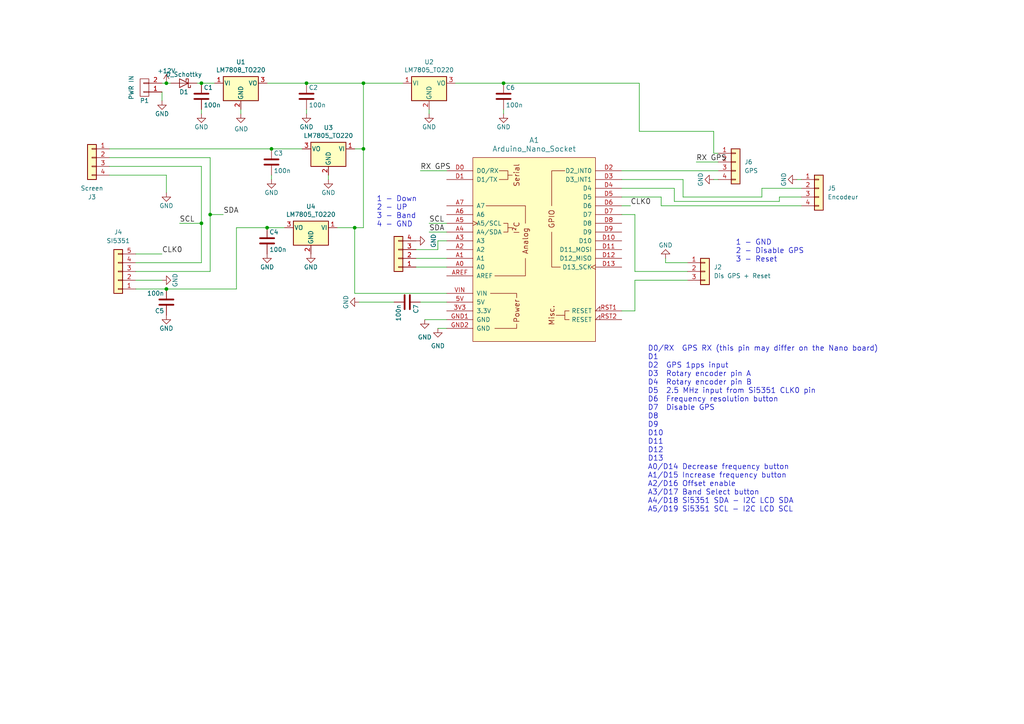
<source format=kicad_sch>
(kicad_sch (version 20230121) (generator eeschema)
  (paper "A4")
  (lib_symbols
    (symbol "Connector_Generic:Conn_01x03" (pin_names (offset 1.016) hide)
      (property "Reference" "J" (at 0 5.08 0))
      (property "Value" "Conn_01x03" (at 0 -5.08 0))
      (symbol "Conn_01x03_1_1"
        (rectangle (start -1.27 -2.413) (end 0 -2.667) (stroke (width 0.1524)))
        (rectangle (start -1.27 0.127) (end 0 -0.127) (stroke (width 0.1524)))
        (rectangle (start -1.27 2.667) (end 0 2.413) (stroke (width 0.1524)))
        (rectangle (start -1.27 3.81) (end 1.27 -3.81) (stroke (width 0.254)) (fill (type background)))
        (pin passive line (at -5.08 2.54 0) (length 3.81) (name "Pin_1") (number "1"))
        (pin passive line (at -5.08 0 0) (length 3.81) (name "Pin_2") (number "2"))
        (pin passive line (at -5.08 -2.54 0) (length 3.81) (name "Pin_3") (number "3"))
      )
    )
    (symbol "Connector_Generic:Conn_01x04" (pin_names (offset 1.016) hide)
      (property "Reference" "J" (at 0 5.08 0))
      (property "Value" "Conn_01x04" (at 0 -7.62 0))
      (symbol "Conn_01x04_1_1"
        (rectangle (start -1.27 -4.953) (end 0 -5.207) (stroke (width 0.1524)))
        (rectangle (start -1.27 -2.413) (end 0 -2.667) (stroke (width 0.1524)))
        (rectangle (start -1.27 0.127) (end 0 -0.127) (stroke (width 0.1524)))
        (rectangle (start -1.27 2.667) (end 0 2.413) (stroke (width 0.1524)))
        (rectangle (start -1.27 3.81) (end 1.27 -6.35) (stroke (width 0.254)) (fill (type background)))
        (pin passive line (at -5.08 2.54 0) (length 3.81) (name "Pin_1") (number "1"))
        (pin passive line (at -5.08 0 0) (length 3.81) (name "Pin_2") (number "2"))
        (pin passive line (at -5.08 -2.54 0) (length 3.81) (name "Pin_3") (number "3"))
        (pin passive line (at -5.08 -5.08 0) (length 3.81) (name "Pin_4") (number "4"))
      )
    )
    (symbol "Connector_Generic:Conn_01x05" (pin_names (offset 1.016) hide)
      (property "Reference" "J" (at 0 7.62 0))
      (property "Value" "Conn_01x05" (at 0 -7.62 0))
      (symbol "Conn_01x05_1_1"
        (rectangle (start -1.27 -4.953) (end 0 -5.207) (stroke (width 0.1524)))
        (rectangle (start -1.27 -2.413) (end 0 -2.667) (stroke (width 0.1524)))
        (rectangle (start -1.27 0.127) (end 0 -0.127) (stroke (width 0.1524)))
        (rectangle (start -1.27 2.667) (end 0 2.413) (stroke (width 0.1524)))
        (rectangle (start -1.27 5.207) (end 0 4.953) (stroke (width 0.1524)))
        (rectangle (start -1.27 6.35) (end 1.27 -6.35) (stroke (width 0.254)) (fill (type background)))
        (pin passive line (at -5.08 5.08 0) (length 3.81) (name "Pin_1") (number "1"))
        (pin passive line (at -5.08 2.54 0) (length 3.81) (name "Pin_2") (number "2"))
        (pin passive line (at -5.08 0 0) (length 3.81) (name "Pin_3") (number "3"))
        (pin passive line (at -5.08 -2.54 0) (length 3.81) (name "Pin_4") (number "4"))
        (pin passive line (at -5.08 -5.08 0) (length 3.81) (name "Pin_5") (number "5"))
      )
    )
    (symbol "GND_1" (power) (pin_names (offset 0))
      (property "Value" "GND_1" (at 0 -3.81 0))
      (symbol "GND_1_0_1"
        (polyline (pts (xy 0 0) (xy 0 -1.27) (xy 1.27 -1.27) (xy 0 -2.54) (xy -1.27 -1.27) (xy 0 -1.27)))
      )
      (symbol "GND_1_1_1"
        (pin power_in line (at 0 0 270) (length 0) hide (name "GND") (number "1"))
      )
    )
    (symbol "GND_2" (power) (pin_names (offset 0))
      (property "Value" "GND_2" (at 0 -3.81 0))
      (symbol "GND_2_0_1"
        (polyline (pts (xy 0 0) (xy 0 -1.27) (xy 1.27 -1.27) (xy 0 -2.54) (xy -1.27 -1.27) (xy 0 -1.27)))
      )
      (symbol "GND_2_1_1"
        (pin power_in line (at 0 0 270) (length 0) hide (name "GND") (number "1"))
      )
    )
    (symbol "PCM_arduino-library:Arduino_Nano_Socket" (pin_names (offset 1.016))
      (property "Reference" "A" (at 0 33.02 0))
      (property "Value" "Arduino_Nano_Socket" (at 0 29.21 0))
      (symbol "Arduino_Nano_Socket_0_0"
        (rectangle (start -17.78 26.67) (end 17.78 -26.67) (fill (type background)))
        (polyline (pts (xy -7.62 6.35) (xy -6.35 6.35)))
        (polyline (pts (xy -7.62 21.59) (xy -6.35 21.59)))
        (polyline (pts (xy 8.89 -19.05) (xy 6.35 -19.05)))
        (polyline (pts (xy -11.43 -22.86) (xy -5.08 -22.86) (xy -5.08 -21.59)))
        (polyline (pts (xy -5.08 -13.97) (xy -5.08 -12.7) (xy -12.7 -12.7)))
        (polyline (pts (xy -10.16 22.86) (xy -7.62 22.86) (xy -7.62 20.32) (xy -10.16 20.32)))
        (polyline (pts (xy -8.89 7.62) (xy -7.62 7.62) (xy -7.62 5.08) (xy -8.89 5.08)))
        (text "Analog" (at -2.54 2.54 900) (effects (font (size 1.524 1.524))))
        (text "I²C" (at -5.08 6.35 900) (effects (font (size 1.524 1.524))))
        (text "Misc." (at 5.08 -19.05 900) (effects (font (size 1.524 1.524))))
        (text "Power" (at -5.08 -17.78 900) (effects (font (size 1.524 1.524))))
        (text "Serial" (at -5.08 21.59 900) (effects (font (size 1.524 1.524))))
      )
      (symbol "Arduino_Nano_Socket_0_1"
        (polyline (pts (xy -13.97 12.7) (xy -2.54 12.7) (xy -2.54 7.62)))
        (polyline (pts (xy -11.43 -7.62) (xy -2.54 -7.62) (xy -2.54 -2.54)))
        (polyline (pts (xy 7.62 -5.08) (xy 5.08 -5.08) (xy 5.08 5.08)))
        (polyline (pts (xy 8.89 22.86) (xy 5.08 22.86) (xy 5.08 12.7)))
        (polyline (pts (xy 10.16 -17.78) (xy 8.89 -17.78) (xy 8.89 -20.32) (xy 10.16 -20.32)))
      )
      (symbol "Arduino_Nano_Socket_1_0"
        (text "GPIO" (at 5.08 8.89 900) (effects (font (size 1.524 1.524))))
      )
      (symbol "Arduino_Nano_Socket_1_1"
        (pin power_out line (at -25.4 -17.78 0) (length 7.62) (name "3.3V") (number "3V3"))
        (pin power_in line (at -25.4 -15.24 0) (length 7.62) (name "5V") (number "5V"))
        (pin bidirectional line (at -25.4 -5.08 0) (length 7.62) (name "A0") (number "A0"))
        (pin bidirectional line (at -25.4 -2.54 0) (length 7.62) (name "A1") (number "A1"))
        (pin bidirectional line (at -25.4 0 0) (length 7.62) (name "A2") (number "A2"))
        (pin bidirectional line (at -25.4 2.54 0) (length 7.62) (name "A3") (number "A3"))
        (pin bidirectional line (at -25.4 5.08 0) (length 7.62) (name "A4/SDA") (number "A4"))
        (pin bidirectional clock (at -25.4 7.62 0) (length 7.62) (name "A5/SCL") (number "A5"))
        (pin input line (at -25.4 10.16 0) (length 7.62) (name "A6") (number "A6"))
        (pin input line (at -25.4 12.7 0) (length 7.62) (name "A7") (number "A7"))
        (pin input line (at -25.4 -7.62 0) (length 7.62) (name "AREF") (number "AREF"))
        (pin bidirectional line (at -25.4 22.86 0) (length 7.62) (name "D0/RX") (number "D0"))
        (pin bidirectional line (at -25.4 20.32 0) (length 7.62) (name "D1/TX") (number "D1"))
        (pin bidirectional line (at 25.4 2.54 180) (length 7.62) (name "D10") (number "D10"))
        (pin bidirectional line (at 25.4 0 180) (length 7.62) (name "D11_MOSI") (number "D11"))
        (pin bidirectional line (at 25.4 -2.54 180) (length 7.62) (name "D12_MISO") (number "D12"))
        (pin bidirectional clock (at 25.4 -5.08 180) (length 7.62) (name "D13_SCK") (number "D13"))
        (pin bidirectional line (at 25.4 22.86 180) (length 7.62) (name "D2_INT0") (number "D2"))
        (pin bidirectional line (at 25.4 20.32 180) (length 7.62) (name "D3_INT1") (number "D3"))
        (pin bidirectional line (at 25.4 17.78 180) (length 7.62) (name "D4") (number "D4"))
        (pin bidirectional line (at 25.4 15.24 180) (length 7.62) (name "D5") (number "D5"))
        (pin bidirectional line (at 25.4 12.7 180) (length 7.62) (name "D6") (number "D6"))
        (pin bidirectional line (at 25.4 10.16 180) (length 7.62) (name "D7") (number "D7"))
        (pin bidirectional line (at 25.4 7.62 180) (length 7.62) (name "D8") (number "D8"))
        (pin bidirectional line (at 25.4 5.08 180) (length 7.62) (name "D9") (number "D9"))
        (pin power_in line (at -25.4 -20.32 0) (length 7.62) (name "GND") (number "GND1"))
        (pin power_in line (at -25.4 -22.86 0) (length 7.62) (name "GND") (number "GND2"))
        (pin open_collector input_low (at 25.4 -17.78 180) (length 7.62) (name "RESET") (number "RST1"))
        (pin open_collector input_low (at 25.4 -20.32 180) (length 7.62) (name "RESET") (number "RST2"))
        (pin power_in line (at -25.4 -12.7 0) (length 7.62) (name "VIN") (number "VIN"))
      )
    )
    (symbol "Regulator_Linear:LM7805_TO220" (pin_names (offset 0.254))
      (property "Reference" "U" (at -3.81 3.175 0))
      (property "Value" "Regulator_Linear_LM7805_TO220" (at 0 3.175 0))
      (symbol "LM7805_TO220_0_1"
        (rectangle (start -5.08 1.905) (end 5.08 -5.08) (stroke (width 0.254)) (fill (type background)))
      )
      (symbol "LM7805_TO220_1_1"
        (pin power_in line (at -7.62 0 0) (length 2.54) (name "VI") (number "1"))
        (pin power_in line (at 0 -7.62 90) (length 2.54) (name "GND") (number "2"))
        (pin power_out line (at 7.62 0 180) (length 2.54) (name "VO") (number "3"))
      )
    )
    (symbol "Regulator_Linear:LM7808_TO220" (pin_names (offset 0.254))
      (property "Reference" "U" (at -3.81 3.175 0))
      (property "Value" "Regulator_Linear_LM7808_TO220" (at 0 3.175 0))
      (symbol "LM7808_TO220_0_1"
        (rectangle (start -5.08 1.905) (end 5.08 -5.08) (stroke (width 0.254)) (fill (type background)))
      )
      (symbol "LM7808_TO220_1_1"
        (pin power_in line (at -7.62 0 0) (length 2.54) (name "VI") (number "1"))
        (pin power_in line (at 0 -7.62 90) (length 2.54) (name "GND") (number "2"))
        (pin power_out line (at 7.62 0 180) (length 2.54) (name "VO") (number "3"))
      )
    )
    (symbol "power:GND" (power) (pin_names (offset 0))
      (property "Value" "power_GND" (at 0 -3.81 0))
      (symbol "GND_0_1"
        (polyline (pts (xy 0 0) (xy 0 -1.27) (xy 1.27 -1.27) (xy 0 -2.54) (xy -1.27 -1.27) (xy 0 -1.27)))
      )
      (symbol "GND_1_1"
        (pin power_in line (at 0 0 270) (length 0) hide (name "GND") (number "1"))
      )
    )
    (symbol "vfo-do-rescue:+12V" (power) (pin_names (offset 0))
      (property "Value" "+12V" (at 0 3.556 0))
      (symbol "+12V_0_1"
        (polyline (pts (xy -0.762 1.27) (xy 0 2.54)))
        (polyline (pts (xy 0 0) (xy 0 2.54)))
        (polyline (pts (xy 0 2.54) (xy 0.762 1.27)))
      )
      (symbol "+12V_1_1"
        (pin power_in line (at 0 0 90) (length 0) hide (name "+12V") (number "1"))
      )
    )
    (symbol "vfo-do-rescue:C" (pin_numbers hide) (pin_names (offset 0.254))
      (property "Reference" "C" (at 0.635 2.54 0))
      (property "Value" "C" (at 0.635 -2.54 0))
      (symbol "C_0_1"
        (polyline (pts (xy -2.032 -0.762) (xy 2.032 -0.762)) (stroke (width 0.508)))
        (polyline (pts (xy -2.032 0.762) (xy 2.032 0.762)) (stroke (width 0.508)))
      )
      (symbol "C_1_1"
        (pin passive line (at 0 3.81 270) (length 2.794) (name "~") (number "1"))
        (pin passive line (at 0 -3.81 90) (length 2.794) (name "~") (number "2"))
      )
    )
    (symbol "vfo-do-rescue:CONN_01X02" (pin_names (offset 1.016) hide)
      (property "Reference" "J" (at 0 3.81 0))
      (property "Value" "CONN_01X02" (at 2.54 0 90))
      (symbol "CONN_01X02_0_1"
        (rectangle (start -1.27 -1.143) (end 0.254 -1.397))
        (rectangle (start -1.27 1.397) (end 0.254 1.143))
        (rectangle (start -1.27 2.54) (end 1.27 -2.54))
      )
      (symbol "CONN_01X02_1_1"
        (pin passive line (at -5.08 1.27 0) (length 3.81) (name "P1") (number "1"))
        (pin passive line (at -5.08 -1.27 0) (length 3.81) (name "P2") (number "2"))
      )
    )
    (symbol "vfo-do-rescue:D_Schottky" (pin_numbers hide) (pin_names (offset 1.016) hide)
      (property "Reference" "D" (at 0 2.54 0))
      (property "Value" "D_Schottky" (at 0 -2.54 0))
      (symbol "D_Schottky_0_1"
        (polyline (pts (xy 1.27 0) (xy -1.27 0)))
        (polyline (pts (xy 1.27 1.27) (xy 1.27 -1.27) (xy -1.27 0) (xy 1.27 1.27)) (stroke (width 0.2032)))
        (polyline (pts (xy -1.905 0.635) (xy -1.905 1.27) (xy -1.27 1.27) (xy -1.27 -1.27) (xy -0.635 -1.27) (xy -0.635 -0.635)) (stroke (width 0.2032)))
      )
      (symbol "D_Schottky_1_1"
        (pin passive line (at -3.81 0 0) (length 2.54) (name "K") (number "1"))
        (pin passive line (at 3.81 0 180) (length 2.54) (name "A") (number "2"))
      )
    )
    (symbol "vfo-do-rescue:GND" (power) (pin_names (offset 0))
      (property "Value" "GND" (at 0 -3.81 0))
      (symbol "GND_0_1"
        (polyline (pts (xy 0 0) (xy 0 -1.27) (xy 1.27 -1.27) (xy 0 -2.54) (xy -1.27 -1.27) (xy 0 -1.27)))
      )
      (symbol "GND_1_1"
        (pin power_in line (at 0 0 270) (length 0) hide (name "GND") (number "1"))
      )
    )
  )
  (junction (at 78.74 43.18))
  (junction (at 58.42 64.77))
  (junction (at 48.26 83.82))
  (junction (at 60.96 62.23))
  (junction (at 102.87 66.04))
  (junction (at 146.05 24.13))
  (junction (at 58.42 24.13))
  (junction (at 48.26 24.13))
  (junction (at 105.41 43.18))
  (junction (at 105.41 24.13))
  (junction (at 77.47 66.04))
  (junction (at 88.9 24.13))
  (wire (pts (xy 31.75 45.72) (xy 60.96 45.72)))
  (wire (pts (xy 95.25 50.8) (xy 95.25 52.07)))
  (wire (pts (xy 120.65 72.39) (xy 127 72.39)))
  (wire (pts (xy 102.87 43.18) (xy 105.41 43.18)))
  (wire (pts (xy 191.77 59.69) (xy 232.41 59.69)))
  (wire (pts (xy 195.58 58.42) (xy 226.06 58.42)))
  (wire (pts (xy 60.96 45.72) (xy 60.96 62.23)))
  (wire (pts (xy 46.99 26.67) (xy 46.99 29.21)))
  (wire (pts (xy 220.98 54.61) (xy 220.98 57.15)))
  (wire (pts (xy 102.87 66.04) (xy 105.41 66.04)))
  (wire (pts (xy 180.34 57.15) (xy 191.77 57.15)))
  (wire (pts (xy 207.01 52.07) (xy 208.28 52.07)))
  (wire (pts (xy 184.15 78.74) (xy 199.39 78.74)))
  (wire (pts (xy 191.77 57.15) (xy 191.77 59.69)))
  (wire (pts (xy 58.42 48.26) (xy 58.42 64.77)))
  (wire (pts (xy 184.15 78.74) (xy 184.15 62.23)))
  (wire (pts (xy 78.74 50.8) (xy 78.74 52.07)))
  (wire (pts (xy 39.37 83.82) (xy 48.26 83.82)))
  (wire (pts (xy 208.28 44.45) (xy 207.01 44.45)))
  (wire (pts (xy 180.34 49.53) (xy 208.28 49.53)))
  (wire (pts (xy 123.19 92.71) (xy 129.54 92.71)))
  (wire (pts (xy 127 72.39) (xy 127 69.85)))
  (wire (pts (xy 48.26 24.13) (xy 46.99 24.13)))
  (wire (pts (xy 58.42 31.75) (xy 58.42 33.02)))
  (wire (pts (xy 198.12 52.07) (xy 180.34 52.07)))
  (wire (pts (xy 198.12 57.15) (xy 198.12 52.07)))
  (wire (pts (xy 180.34 59.69) (xy 182.88 59.69)))
  (wire (pts (xy 46.99 81.28) (xy 39.37 81.28)))
  (wire (pts (xy 185.42 24.13) (xy 146.05 24.13)))
  (wire (pts (xy 232.41 54.61) (xy 220.98 54.61)))
  (wire (pts (xy 180.34 54.61) (xy 195.58 54.61)))
  (wire (pts (xy 193.04 76.2) (xy 199.39 76.2)))
  (wire (pts (xy 77.47 24.13) (xy 88.9 24.13)))
  (wire (pts (xy 48.26 50.8) (xy 48.26 55.88)))
  (wire (pts (xy 124.46 64.77) (xy 129.54 64.77)))
  (wire (pts (xy 102.87 66.04) (xy 102.87 85.09)))
  (wire (pts (xy 226.06 58.42) (xy 226.06 57.15)))
  (wire (pts (xy 68.58 83.82) (xy 68.58 66.04)))
  (wire (pts (xy 207.01 38.1) (xy 207.01 44.45)))
  (wire (pts (xy 58.42 76.2) (xy 39.37 76.2)))
  (wire (pts (xy 97.79 66.04) (xy 102.87 66.04)))
  (wire (pts (xy 88.9 31.75) (xy 88.9 33.02)))
  (wire (pts (xy 48.26 83.82) (xy 68.58 83.82)))
  (wire (pts (xy 49.53 24.13) (xy 48.26 24.13)))
  (wire (pts (xy 185.42 38.1) (xy 185.42 24.13)))
  (wire (pts (xy 124.46 31.75) (xy 124.46 33.02)))
  (wire (pts (xy 129.54 77.47) (xy 120.65 77.47)))
  (wire (pts (xy 64.77 62.23) (xy 60.96 62.23)))
  (wire (pts (xy 184.15 81.28) (xy 184.15 90.17)))
  (wire (pts (xy 185.42 38.1) (xy 207.01 38.1)))
  (wire (pts (xy 226.06 57.15) (xy 232.41 57.15)))
  (wire (pts (xy 195.58 54.61) (xy 195.58 58.42)))
  (wire (pts (xy 132.08 24.13) (xy 146.05 24.13)))
  (wire (pts (xy 127 69.85) (xy 129.54 69.85)))
  (wire (pts (xy 57.15 24.13) (xy 58.42 24.13)))
  (wire (pts (xy 31.75 43.18) (xy 78.74 43.18)))
  (wire (pts (xy 60.96 78.74) (xy 39.37 78.74)))
  (wire (pts (xy 231.14 52.07) (xy 232.41 52.07)))
  (wire (pts (xy 120.65 74.93) (xy 129.54 74.93)))
  (wire (pts (xy 198.12 57.15) (xy 220.98 57.15)))
  (wire (pts (xy 58.42 24.13) (xy 62.23 24.13)))
  (wire (pts (xy 31.75 50.8) (xy 48.26 50.8)))
  (wire (pts (xy 60.96 62.23) (xy 60.96 78.74)))
  (wire (pts (xy 127 95.25) (xy 129.54 95.25)))
  (wire (pts (xy 146.05 31.75) (xy 146.05 33.02)))
  (wire (pts (xy 124.46 67.31) (xy 129.54 67.31)))
  (wire (pts (xy 58.42 64.77) (xy 58.42 76.2)))
  (wire (pts (xy 105.41 24.13) (xy 105.41 43.18)))
  (wire (pts (xy 39.37 73.66) (xy 46.99 73.66)))
  (wire (pts (xy 78.74 43.18) (xy 87.63 43.18)))
  (wire (pts (xy 69.85 33.02) (xy 69.85 31.75)))
  (wire (pts (xy 102.87 85.09) (xy 129.54 85.09)))
  (wire (pts (xy 201.93 46.99) (xy 208.28 46.99)))
  (wire (pts (xy 68.58 66.04) (xy 77.47 66.04)))
  (wire (pts (xy 52.07 64.77) (xy 58.42 64.77)))
  (wire (pts (xy 105.41 43.18) (xy 105.41 66.04)))
  (wire (pts (xy 121.92 87.63) (xy 129.54 87.63)))
  (wire (pts (xy 114.3 87.63) (xy 104.14 87.63)))
  (wire (pts (xy 88.9 24.13) (xy 105.41 24.13)))
  (wire (pts (xy 82.55 66.04) (xy 77.47 66.04)))
  (wire (pts (xy 31.75 48.26) (xy 58.42 48.26)))
  (wire (pts (xy 184.15 90.17) (xy 180.34 90.17)))
  (wire (pts (xy 184.15 62.23) (xy 180.34 62.23)))
  (wire (pts (xy 121.92 49.53) (xy 129.54 49.53)))
  (wire (pts (xy 193.04 76.2) (xy 193.04 74.93)))
  (wire (pts (xy 116.84 24.13) (xy 105.41 24.13)))
  (wire (pts (xy 199.39 81.28) (xy 184.15 81.28)))
  (text "1 - Down \n2 - UP\n3 - Band\n4 - GND\n" (at 109.22 66.04 0) (effects (font (size 1.524 1.524)) (justify left bottom)))
  (text " D0/RX  GPS RX (this pin may differ on the Nano board)\n D1  \n D2  GPS 1pps input \n D3  Rotary encoder pin A\n D4  Rotary encoder pin B\n D5  2.5 MHz input from Si5351 CLK0 pin\n D6  Frequency resolution button\n D7  Disable GPS\n D8  \n D9  \n D10 \n D11\n D12\n D13 \n A0/D14 Decrease frequency button\n A1/D15 Increase frequency button\n A2/D16 Offset enable\n A3/D17 Band Select button               \n A4/D18 Si5351 SDA - I2C LCD SDA\n A5/D19 Si5351 SCL - I2C LCD SCL\n " (at 186.69 151.13 0) (effects (font (size 1.524 1.524)) (justify left bottom)))
  (text "1 - GND\n2 - Disable GPS\n3 - Reset" (at 213.36 76.2 0) (effects (font (size 1.524 1.524)) (justify left bottom)))
  (label "SCL" (at 124.46 64.77 0) (effects (font (size 1.524 1.524))))
  (label "SDA" (at 124.46 67.31 0) (effects (font (size 1.524 1.524))))
  (label "RX GPS" (at 121.92 49.53 0) (effects (font (size 1.524 1.524))))
  (label "CLK0" (at 182.88 59.69 0) (effects (font (size 1.524 1.524))))
  (label "SCL" (at 52.07 64.77 0) (effects (font (size 1.524 1.524))))
  (label "SDA" (at 64.77 62.23 0) (effects (font (size 1.524 1.524))))
  (label "CLK0" (at 46.99 73.66 0) (effects (font (size 1.524 1.524))))
  (label "RX GPS" (at 201.93 46.99 0) (effects (font (size 1.524 1.524))))
  (symbol (lib_id "vfo-do-rescue:GND") (at 231.14 52.07 270) (mirror x) (unit 1)
    (property "Reference" "#PWR021" (effects hide))
    (property "Value" "GND" (at 227.33 52.07 0))
  )
  (symbol (lib_id "vfo-do-rescue:GND") (at 207.01 52.07 270) (unit 1)
    (property "Reference" "#PWR01" (effects hide))
    (property "Value" "GND" (at 203.2 52.07 0))
  )
  (symbol (lib_id "vfo-do-rescue:GND") (at 46.99 81.28 90) (unit 1)
    (property "Reference" "#PWR06" (effects hide))
    (property "Value" "GND" (at 50.8 81.28 0))
  )
  (symbol (lib_id "vfo-do-rescue:GND") (at 124.46 33.02 0) (unit 1)
    (property "Reference" "#PWR07" (effects hide))
    (property "Value" "GND" (at 124.46 36.83 0))
  )
  (symbol (lib_id "vfo-do-rescue:GND") (at 95.25 52.07 0) (unit 1)
    (property "Reference" "#PWR08" (effects hide))
    (property "Value" "GND" (at 95.25 55.88 0))
  )
  (symbol (lib_id "vfo-do-rescue:CONN_01X02") (at 41.91 25.4 180) (unit 1)
    (property "Reference" "P1" (at 41.91 29.21 0))
    (property "Value" "PWR IN" (at 38.1 25.4 90))
    (property "Footprint" "Connector_Molex:Molex_KK-254_AE-6410-02A_1x02_P2.54mm_Vertical" (effects hide))
  )
  (symbol (lib_id "vfo-do-rescue:GND") (at 46.99 29.21 0) (unit 1)
    (property "Reference" "#PWR010" (effects hide))
    (property "Value" "GND" (at 46.99 33.02 0))
  )
  (symbol (lib_id "vfo-do-rescue:D_Schottky") (at 53.34 24.13 180) (unit 1)
    (property "Reference" "D1" (at 53.34 26.67 0))
    (property "Value" "D_Schottky" (at 53.34 21.59 0))
    (property "Footprint" "Diode_THT:D_DO-41_SOD81_P7.62mm_Horizontal" (effects hide))
  )
  (symbol (lib_id "vfo-do-rescue:C") (at 58.42 27.94 0) (unit 1)
    (property "Reference" "C1" (at 59.055 25.4 0) (effects (justify left)))
    (property "Value" "100n" (at 59.055 30.48 0) (effects (justify left)))
    (property "Footprint" "Capacitor_THT:C_Disc_D5.0mm_W2.5mm_P5.00mm" (effects hide))
  )
  (symbol (lib_id "vfo-do-rescue:C") (at 88.9 27.94 0) (unit 1)
    (property "Reference" "C2" (at 89.535 25.4 0) (effects (justify left)))
    (property "Value" "100n" (at 89.535 30.48 0) (effects (justify left)))
    (property "Footprint" "Capacitor_THT:C_Disc_D5.0mm_W2.5mm_P5.00mm" (effects hide))
  )
  (symbol (lib_id "vfo-do-rescue:C") (at 146.05 27.94 0) (unit 1)
    (property "Reference" "C6" (at 146.685 25.4 0) (effects (justify left)))
    (property "Value" "100n" (at 146.685 30.48 0) (effects (justify left)))
    (property "Footprint" "Capacitor_THT:C_Disc_D5.0mm_W2.5mm_P5.00mm" (effects hide))
  )
  (symbol (lib_id "vfo-do-rescue:C") (at 118.11 87.63 270) (unit 1)
    (property "Reference" "C7" (at 120.65 88.265 0) (effects (justify left)))
    (property "Value" "100n" (at 115.57 88.265 0) (effects (justify left)))
    (property "Footprint" "Capacitor_THT:C_Disc_D5.0mm_W2.5mm_P5.00mm" (effects hide))
  )
  (symbol (lib_id "vfo-do-rescue:C") (at 48.26 87.63 180) (unit 1)
    (property "Reference" "C5" (at 47.625 90.17 0) (effects (justify left)))
    (property "Value" "100n" (at 47.625 85.09 0) (effects (justify left)))
    (property "Footprint" "Capacitor_THT:C_Disc_D5.0mm_W2.5mm_P5.00mm" (effects hide))
  )
  (symbol (lib_id "vfo-do-rescue:GND") (at 58.42 33.02 0) (unit 1)
    (property "Reference" "#PWR012" (effects hide))
    (property "Value" "GND" (at 58.42 36.83 0))
  )
  (symbol (lib_id "vfo-do-rescue:GND") (at 88.9 33.02 0) (unit 1)
    (property "Reference" "#PWR013" (effects hide))
    (property "Value" "GND" (at 88.9 36.83 0))
  )
  (symbol (lib_id "vfo-do-rescue:GND") (at 146.05 33.02 0) (unit 1)
    (property "Reference" "#PWR015" (effects hide))
    (property "Value" "GND" (at 146.05 36.83 0))
  )
  (symbol (lib_id "vfo-do-rescue:GND") (at 104.14 87.63 270) (unit 1)
    (property "Reference" "#PWR016" (effects hide))
    (property "Value" "GND" (at 100.33 87.63 0))
  )
  (symbol (lib_id "vfo-do-rescue:GND") (at 48.26 91.44 0) (unit 1)
    (property "Reference" "#PWR017" (effects hide))
    (property "Value" "GND" (at 48.26 95.25 0))
  )
  (symbol (lib_id "vfo-do-rescue:C") (at 78.74 46.99 0) (unit 1)
    (property "Reference" "C3" (at 79.375 44.45 0) (effects (justify left)))
    (property "Value" "100n" (at 79.375 49.53 0) (effects (justify left)))
    (property "Footprint" "Capacitor_THT:C_Disc_D5.0mm_W2.5mm_P5.00mm" (effects hide))
  )
  (symbol (lib_id "vfo-do-rescue:GND") (at 78.74 52.07 0) (unit 1)
    (property "Reference" "#PWR018" (effects hide))
    (property "Value" "GND" (at 78.74 55.88 0))
  )
  (symbol (lib_id "vfo-do-rescue:GND") (at 90.17 73.66 0) (unit 1)
    (property "Reference" "#PWR019" (effects hide))
    (property "Value" "GND" (at 90.17 77.47 0))
  )
  (symbol (lib_id "vfo-do-rescue:C") (at 77.47 69.85 0) (unit 1)
    (property "Reference" "C4" (at 78.105 67.31 0) (effects (justify left)))
    (property "Value" "100n" (at 78.105 72.39 0) (effects (justify left)))
    (property "Footprint" "Capacitor_THT:C_Disc_D5.0mm_W2.5mm_P5.00mm" (effects hide))
  )
  (symbol (lib_id "vfo-do-rescue:GND") (at 77.47 73.66 0) (unit 1)
    (property "Reference" "#PWR020" (effects hide))
    (property "Value" "GND" (at 77.47 77.47 0))
  )
  (symbol (lib_id "vfo-do-rescue:+12V") (at 48.26 24.13 0) (unit 1)
    (property "Reference" "#PWR032" (effects hide))
    (property "Value" "+12V" (at 48.26 20.574 0))
  )
  (symbol (lib_id "Regulator_Linear:LM7808_TO220") (at 69.85 24.13 0) (unit 1)
    (property "Reference" "U1" (at 69.85 17.9832 0))
    (property "Value" "LM7808_TO220" (at 69.85 20.2946 0))
    (property "Footprint" "Package_TO_SOT_THT:TO-220-3_Vertical" (effects hide))
    (property "Datasheet" "http://www.fairchildsemi.com/ds/LM/LM7805.pdf" (effects hide))
  )
  (symbol (lib_id "power:GND") (at 69.85 33.02 0) (unit 1)
    (property "Reference" "#PWR0101" (effects hide))
    (property "Value" "GND" (at 69.977 37.4142 0))
  )
  (symbol (lib_id "Regulator_Linear:LM7805_TO220") (at 124.46 24.13 0) (unit 1)
    (property "Reference" "U2" (at 124.46 17.9832 0))
    (property "Value" "LM7805_TO220" (at 124.46 20.2946 0))
    (property "Footprint" "Package_TO_SOT_THT:TO-220-3_Vertical" (effects hide))
    (property "Datasheet" "http://www.fairchildsemi.com/ds/LM/LM7805.pdf" (effects hide))
  )
  (symbol (lib_id "Regulator_Linear:LM7805_TO220") (at 90.17 66.04 0) (mirror y) (unit 1)
    (property "Reference" "U4" (at 90.17 59.8932 0))
    (property "Value" "LM7805_TO220" (at 90.17 62.2046 0))
    (property "Footprint" "Package_TO_SOT_THT:TO-220-3_Vertical" (effects hide))
    (property "Datasheet" "http://www.fairchildsemi.com/ds/LM/LM7805.pdf" (effects hide))
  )
  (symbol (lib_id "Regulator_Linear:LM7805_TO220") (at 95.25 43.18 0) (mirror y) (unit 1)
    (property "Reference" "U3" (at 95.25 37.0332 0))
    (property "Value" "LM7805_TO220" (at 95.25 39.3446 0))
    (property "Footprint" "Package_TO_SOT_THT:TO-220-3_Vertical" (effects hide))
    (property "Datasheet" "http://www.fairchildsemi.com/ds/LM/LM7805.pdf" (effects hide))
  )
  (symbol (lib_id "vfo-do-rescue:GND") (at 48.26 55.88 0) (unit 1)
    (property "Reference" "#PWR0102" (effects hide))
    (property "Value" "GND" (at 48.26 59.69 0))
  )
  (symbol (lib_id "vfo-do-rescue:GND") (at 193.04 74.93 180) (unit 1)
    (property "Reference" "#PWR0103" (effects hide))
    (property "Value" "GND" (at 193.04 71.12 0))
  )
  (symbol (lib_id "Connector_Generic:Conn_01x04") (at 26.67 45.72 0) (mirror y) (unit 1)
    (property "Reference" "J3" (at 26.67 57.15 0))
    (property "Value" "Screen" (at 26.67 54.61 0))
    (property "Footprint" "Connector_Molex:Molex_KK-254_AE-6410-04A_1x04_P2.54mm_Vertical" (effects hide))
  )
  (symbol (lib_id "Connector_Generic:Conn_01x04") (at 213.36 46.99 0) (unit 1)
    (property "Reference" "J6" (at 215.9 46.99 0) (effects (justify left)))
    (property "Value" "GPS" (at 215.9 49.53 0) (effects (justify left)))
    (property "Footprint" "Connector_Molex:Molex_KK-254_AE-6410-04A_1x04_P2.54mm_Vertical" (effects hide))
  )
  (symbol (lib_id "Connector_Generic:Conn_01x04") (at 237.49 54.61 0) (unit 1)
    (property "Reference" "J5" (at 240.03 54.61 0) (effects (justify left)))
    (property "Value" "Encodeur" (at 240.03 57.15 0) (effects (justify left)))
    (property "Footprint" "Connector_Molex:Molex_KK-254_AE-6410-04A_1x04_P2.54mm_Vertical" (effects hide))
  )
  (symbol (lib_id "Connector_Generic:Conn_01x04") (at 115.57 74.93 180) (unit 1)
    (property "Reference" "J1" (effects hide))
    (property "Value" "Commands" (effects hide))
    (property "Footprint" "Connector_Molex:Molex_KK-254_AE-6410-04A_1x04_P2.54mm_Vertical" (effects hide))
  )
  (symbol (lib_name "GND_2") (lib_id "power:GND") (at 127 95.25 0) (unit 1)
    (property "Reference" "#PWR09" (effects hide))
    (property "Value" "GND" (at 127 100.33 0))
  )
  (symbol (lib_id "Connector_Generic:Conn_01x05") (at 34.29 78.74 180) (unit 1)
    (property "Reference" "J4" (at 34.29 67.31 0))
    (property "Value" "SI5351" (at 34.29 69.85 0))
    (property "Footprint" "Connector_Molex:Molex_KK-254_AE-6410-05A_1x05_P2.54mm_Vertical" (effects hide))
  )
  (symbol (lib_name "GND_1") (lib_id "power:GND") (at 120.65 69.85 90) (mirror x) (unit 1)
    (property "Reference" "#PWR04" (effects hide))
    (property "Value" "GND" (at 125.73 69.85 0))
  )
  (symbol (lib_id "PCM_arduino-library:Arduino_Nano_Socket") (at 154.94 72.39 0) (unit 1)
    (property "Reference" "A1" (at 154.94 40.64 0) (effects (font (size 1.524 1.524))))
    (property "Value" "Arduino_Nano_Socket" (at 154.94 43.18 0) (effects (font (size 1.524 1.524))))
    (property "Footprint" "PCM_arduino-library:Arduino_Nano_Socket" (effects hide))
    (property "Datasheet" "https://docs.arduino.cc/hardware/nano" (effects hide))
  )
  (symbol (lib_name "GND_2") (lib_id "power:GND") (at 123.19 92.71 0) (unit 1)
    (property "Reference" "#PWR05" (effects hide))
    (property "Value" "GND" (at 123.19 97.79 0))
  )
  (symbol (lib_id "Connector_Generic:Conn_01x03") (at 204.47 78.74 0) (unit 1)
    (property "Reference" "J2" (at 207.01 77.47 0) (effects (justify left)))
    (property "Value" "Dis GPS + Reset" (at 207.01 80.01 0) (effects (justify left)))
    (property "Footprint" "Connector_Molex:Molex_KK-254_AE-6410-03A_1x03_P2.54mm_Vertical" (effects hide))
  )
)
</source>
